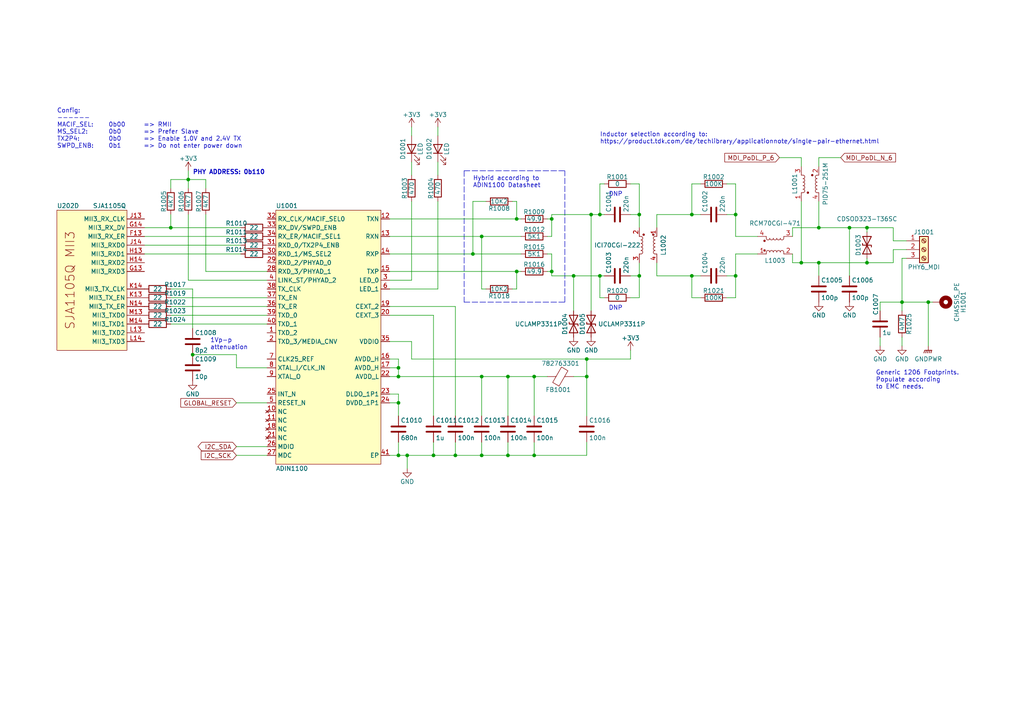
<source format=kicad_sch>
(kicad_sch (version 20211123) (generator eeschema)
  (paper "A4")
  (title_block (title "Open Hardware 10Base-T1L Switch") (date "2023-04-07") (rev "REV A") (company "Peter Heinrich") (comment 1 "Open Hardware License CERN-OHL-P v2") (comment 2 "https://github.com/peterheinrich/Open_10Base-T1L_Switch"))
  (lib_symbols
    (symbol "ADIN1100:ADIN1100"
      (property "Reference" "U" (at 0 1.27 0))
      (property "Value" "ADIN1100" (at 0 -74.93 0))
      (symbol "ADIN1100_1_1"
        (pin input line (at -2.54 -35.56 0) (length 2.54) (name "TXD_2") (number "1"))
        (pin no_connect line (at -2.54 -58.42 0) (length 2.54) (name "NC") (number "10"))
        (pin no_connect line (at -2.54 -60.96 0) (length 2.54) (name "NC") (number "11"))
        (pin bidirectional line (at 33.02 -2.54 180) (length 2.54) (name "TXN") (number "12"))
        (pin bidirectional line (at 33.02 -7.62 180) (length 2.54) (name "RXN") (number "13"))
        (pin bidirectional line (at 33.02 -12.7 180) (length 2.54) (name "RXP") (number "14"))
        (pin bidirectional line (at 33.02 -17.78 180) (length 2.54) (name "TXP") (number "15"))
        (pin power_in line (at 33.02 -43.18 180) (length 2.54) (name "AVDD_H") (number "16"))
        (pin power_in line (at 33.02 -45.72 180) (length 2.54) (name "AVDD_H") (number "17"))
        (pin no_connect line (at -2.54 -63.5 0) (length 2.54) (name "NC") (number "18"))
        (pin input line (at 33.02 -27.94 180) (length 2.54) (name "CEXT_2") (number "19"))
        (pin input line (at -2.54 -38.1 0) (length 2.54) (name "TXD_3/MEDIA_CNV") (number "2"))
        (pin input line (at 33.02 -30.48 180) (length 2.54) (name "CEXT_3") (number "20"))
        (pin no_connect line (at -2.54 -66.04 0) (length 2.54) (name "NC") (number "21"))
        (pin power_in line (at 33.02 -48.26 180) (length 2.54) (name "AVDD_L") (number "22"))
        (pin power_in line (at 33.02 -53.34 180) (length 2.54) (name "DLDO_1P1") (number "23"))
        (pin power_in line (at 33.02 -55.88 180) (length 2.54) (name "DVDD_1P1") (number "24"))
        (pin output line (at -2.54 -53.34 0) (length 2.54) (name "INT_N") (number "25"))
        (pin bidirectional line (at -2.54 -68.58 0) (length 2.54) (name "MDIO") (number "26"))
        (pin input line (at -2.54 -71.12 0) (length 2.54) (name "MDC") (number "27"))
        (pin output line (at -2.54 -17.78 0) (length 2.54) (name "RXD_3/PHYAD_1") (number "28"))
        (pin output line (at -2.54 -15.24 0) (length 2.54) (name "RXD_2/PHYAD_0") (number "29"))
        (pin output line (at 33.02 -20.32 180) (length 2.54) (name "LED_0") (number "3"))
        (pin output line (at -2.54 -12.7 0) (length 2.54) (name "RXD_1/MS_SEL2") (number "30"))
        (pin output line (at -2.54 -10.16 0) (length 2.54) (name "RXD_0/TX2P4_ENB") (number "31"))
        (pin output line (at -2.54 -2.54 0) (length 2.54) (name "RX_CLK/MACIF_SEL0") (number "32"))
        (pin output line (at -2.54 -5.08 0) (length 2.54) (name "RX_DV/SWPD_ENB") (number "33"))
        (pin output line (at -2.54 -7.62 0) (length 2.54) (name "RX_ER/MACIF_SEL1") (number "34"))
        (pin power_in line (at 33.02 -38.1 180) (length 2.54) (name "VDDIO") (number "35"))
        (pin input line (at -2.54 -27.94 0) (length 2.54) (name "TX_ER") (number "36"))
        (pin input line (at -2.54 -25.4 0) (length 2.54) (name "TX_EN") (number "37"))
        (pin output line (at -2.54 -22.86 0) (length 2.54) (name "TX_CLK") (number "38"))
        (pin input line (at -2.54 -30.48 0) (length 2.54) (name "TXD_0") (number "39"))
        (pin output line (at -2.54 -20.32 0) (length 2.54) (name "LINK_ST/PHYAD_2") (number "4"))
        (pin input line (at -2.54 -33.02 0) (length 2.54) (name "TXD_1") (number "40"))
        (pin power_in line (at 33.02 -71.12 180) (length 2.54) (name "EP") (number "41"))
        (pin input line (at -2.54 -55.88 0) (length 2.54) (name "RESET_N") (number "5"))
        (pin output line (at 33.02 -22.86 180) (length 2.54) (name "LED_1") (number "6"))
        (pin output line (at -2.54 -43.18 0) (length 2.54) (name "CLK25_REF") (number "7"))
        (pin input line (at -2.54 -45.72 0) (length 2.54) (name "XTAL_I/CLK_IN") (number "8"))
        (pin output line (at -2.54 -48.26 0) (length 2.54) (name "XTAL_O") (number "9"))
      )
    )
    (symbol "Connector:Screw_Terminal_01x03" (pin_names (offset 1.016) hide)
      (property "Reference" "J" (at 0 5.08 0))
      (property "Value" "Screw_Terminal_01x03" (at 0 -5.08 0))
      (symbol "Screw_Terminal_01x03_1_1"
        (pin passive line (at -5.08 2.54 0) (length 3.81) (name "Pin_1") (number "1"))
        (pin passive line (at -5.08 0 0) (length 3.81) (name "Pin_2") (number "2"))
        (pin passive line (at -5.08 -2.54 0) (length 3.81) (name "Pin_3") (number "3"))
      )
    )
    (symbol "Device:C" (pin_numbers hide) (pin_names (offset 0.254))
      (property "Reference" "C" (at 0.635 2.54 0))
      (property "Value" "C" (at 0.635 -2.54 0))
      (symbol "C_1_1"
        (pin passive line (at 0 3.81 270) (length 2.794) (name "~") (number "1"))
        (pin passive line (at 0 -3.81 90) (length 2.794) (name "~") (number "2"))
      )
    )
    (symbol "Device:D_TVS" (pin_numbers hide) (pin_names (offset 1.016) hide)
      (property "Reference" "D" (at 0 2.54 0))
      (property "Value" "D_TVS" (at 0 -2.54 0))
      (symbol "D_TVS_1_1"
        (pin passive line (at -3.81 0 0) (length 2.54) (name "A1") (number "1"))
        (pin passive line (at 3.81 0 180) (length 2.54) (name "A2") (number "2"))
      )
    )
    (symbol "Device:FerriteBead" (pin_numbers hide) (pin_names (offset 0))
      (property "Reference" "FB" (at -3.81 0.635 90))
      (property "Value" "FerriteBead" (at 3.81 0 90))
      (symbol "FerriteBead_1_1"
        (pin passive line (at 0 3.81 270) (length 2.54) (name "~") (number "1"))
        (pin passive line (at 0 -3.81 90) (length 2.54) (name "~") (number "2"))
      )
    )
    (symbol "Device:LED" (pin_numbers hide) (pin_names (offset 1.016) hide)
      (property "Reference" "D" (at 0 2.54 0))
      (property "Value" "LED" (at 0 -2.54 0))
      (symbol "LED_1_1"
        (pin passive line (at -3.81 0 0) (length 2.54) (name "K") (number "1"))
        (pin passive line (at 3.81 0 180) (length 2.54) (name "A") (number "2"))
      )
    )
    (symbol "Device:L_Coupled_1243" (pin_names (offset 0.254) hide)
      (property "Reference" "L" (at 0 4.445 0))
      (property "Value" "L_Coupled_1243" (at 0 -4.445 0))
      (symbol "L_Coupled_1243_1_1"
        (pin passive line (at -5.08 2.54 0) (length 2.54) (name "1") (number "1"))
        (pin passive line (at 5.08 2.54 180) (length 2.54) (name "2") (number "2"))
        (pin passive line (at 5.08 -2.54 180) (length 2.54) (name "3") (number "3"))
        (pin passive line (at -5.08 -2.54 0) (length 2.54) (name "4") (number "4"))
      )
    )
    (symbol "Device:L_Coupled_1423" (pin_names (offset 0.254) hide)
      (property "Reference" "L" (at 0 4.445 0))
      (property "Value" "L_Coupled_1423" (at 0 -4.445 0))
      (symbol "L_Coupled_1423_1_1"
        (pin passive line (at -5.08 2.54 0) (length 2.54) (name "1") (number "1"))
        (pin passive line (at -5.08 -2.54 0) (length 2.54) (name "2") (number "2"))
        (pin passive line (at 5.08 -2.54 180) (length 2.54) (name "3") (number "3"))
        (pin passive line (at 5.08 2.54 180) (length 2.54) (name "4") (number "4"))
      )
    )
    (symbol "Device:R" (pin_numbers hide) (pin_names (offset 0))
      (property "Reference" "R" (at 2.032 0 90))
      (property "Value" "R" (at 0 0 90))
      (symbol "R_1_1"
        (pin passive line (at 0 3.81 270) (length 1.27) (name "~") (number "1"))
        (pin passive line (at 0 -3.81 90) (length 1.27) (name "~") (number "2"))
      )
    )
    (symbol "L_differential_1324:L_Coupled_1324" (pin_names (offset 0.254) hide)
      (property "Reference" "L?" (at 0 4.445 0))
      (property "Value" "L_Coupled_1324" (at 0 -4.445 0))
      (symbol "L_Coupled_1324_1_1"
        (pin passive line (at -5.08 2.54 0) (length 2.54) (name "1") (number "1"))
        (pin passive line (at 5.08 -2.54 180) (length 2.54) (name "2") (number "2"))
        (pin passive line (at 5.08 2.54 180) (length 2.54) (name "3") (number "3"))
        (pin passive line (at -5.08 -2.54 0) (length 2.54) (name "4") (number "4"))
      )
    )
    (symbol "Mechanical:MountingHole_Pad" (pin_numbers hide) (pin_names (offset 1.016) hide)
      (property "Reference" "H" (at 0 6.35 0))
      (property "Value" "MountingHole_Pad" (at 0 4.445 0))
      (symbol "MountingHole_Pad_1_1"
        (pin input line (at 0 -2.54 90) (length 2.54) (name "1") (number "1"))
      )
    )
    (symbol "SJA1105Q:SJA1105Q"
      (property "Reference" "U" (at 0 1.27 0))
      (property "Value" "SJA1105Q" (at 15.24 1.27 0))
      (symbol "SJA1105Q_1_1"
        (text "SJA1105Q MII0" (at 3.81 -20.32 900) (effects (font (size 2.54 2.54))))
        (pin output line (at 25.4 -30.48 180) (length 5.08) (name "MII0_TXD0") (number "A2"))
        (pin output line (at 25.4 -27.94 180) (length 5.08) (name "MII0_TX_ER") (number "A3"))
        (pin output line (at 25.4 -33.02 180) (length 5.08) (name "MII0_TXD1") (number "B1"))
        (pin output line (at 25.4 -38.1 180) (length 5.08) (name "MII0_TXD3") (number "C1"))
        (pin output line (at 25.4 -35.56 180) (length 5.08) (name "MII0_TXD2") (number "C2"))
        (pin bidirectional line (at 25.4 -22.86 180) (length 5.08) (name "MII0_TX_CLK") (number "D1"))
        (pin output line (at 25.4 -25.4 180) (length 5.08) (name "MII0_TX_EN") (number "D2"))
        (pin input line (at 25.4 -10.16 180) (length 5.08) (name "MII0_RXD0") (number "E1"))
        (pin bidirectional line (at 25.4 -2.54 180) (length 5.08) (name "MII0_RX_CLK") (number "E2"))
        (pin input line (at 25.4 -15.24 180) (length 5.08) (name "MII0_RXD2") (number "F1"))
        (pin input line (at 25.4 -12.7 180) (length 5.08) (name "MII0_RXD1") (number "F2"))
        (pin input line (at 25.4 -5.08 180) (length 5.08) (name "MII0_RX_DV") (number "G1"))
        (pin input line (at 25.4 -17.78 180) (length 5.08) (name "MII0_RXD3") (number "G2"))
        (pin input line (at 25.4 -7.62 180) (length 5.08) (name "MII0_RX_ER") (number "H2"))
      )
      (symbol "SJA1105Q_2_1"
        (text "SJA1105Q MII1" (at 3.81 -20.32 900) (effects (font (size 2.54 2.54))))
        (pin output line (at 25.4 -27.94 180) (length 5.08) (name "MII1_TX_ER") (number "A10"))
        (pin input line (at 25.4 -5.08 180) (length 5.08) (name "MII1_RX_DV") (number "A4"))
        (pin input line (at 25.4 -15.24 180) (length 5.08) (name "MII1_RXD2") (number "A5"))
        (pin input line (at 25.4 -10.16 180) (length 5.08) (name "MII1_RXD0") (number "A6"))
        (pin bidirectional line (at 25.4 -22.86 180) (length 5.08) (name "MII1_TX_CLK") (number "A7"))
        (pin output line (at 25.4 -38.1 180) (length 5.08) (name "MII1_TXD3") (number "A8"))
        (pin output line (at 25.4 -33.02 180) (length 5.08) (name "MII1_TXD1") (number "A9"))
        (pin input line (at 25.4 -7.62 180) (length 5.08) (name "MII1_RX_ER") (number "B3"))
        (pin input line (at 25.4 -17.78 180) (length 5.08) (name "MII1_RXD3") (number "B4"))
        (pin input line (at 25.4 -12.7 180) (length 5.08) (name "MII1_RXD1") (number "B5"))
        (pin bidirectional line (at 25.4 -2.54 180) (length 5.08) (name "MII1_RX_CLK") (number "B6"))
        (pin output line (at 25.4 -25.4 180) (length 5.08) (name "MII1_TX_EN") (number "B7"))
        (pin output line (at 25.4 -35.56 180) (length 5.08) (name "MII1_TXD2") (number "B8"))
        (pin output line (at 25.4 -30.48 180) (length 5.08) (name "MII1_TXD0") (number "B9"))
      )
      (symbol "SJA1105Q_3_1"
        (text "SJA1105Q MII2" (at 3.81 -20.32 900) (effects (font (size 2.54 2.54))))
        (pin input line (at 25.4 -5.08 180) (length 5.08) (name "MII2_RX_DV") (number "A11"))
        (pin input line (at 25.4 -15.24 180) (length 5.08) (name "MII2_RXD2") (number "A12"))
        (pin input line (at 25.4 -10.16 180) (length 5.08) (name "MII2_RXD0") (number "A13"))
        (pin input line (at 25.4 -7.62 180) (length 5.08) (name "MII2_RX_ER") (number "B10"))
        (pin input line (at 25.4 -17.78 180) (length 5.08) (name "MII2_RXD3") (number "B11"))
        (pin input line (at 25.4 -12.7 180) (length 5.08) (name "MII2_RXD1") (number "B12"))
        (pin bidirectional line (at 25.4 -2.54 180) (length 5.08) (name "MII2_RX_CLK") (number "B14"))
        (pin output line (at 25.4 -25.4 180) (length 5.08) (name "MII2_TX_EN") (number "C13"))
        (pin bidirectional line (at 25.4 -22.86 180) (length 5.08) (name "MII2_TX_CLK") (number "C14"))
        (pin output line (at 25.4 -35.56 180) (length 5.08) (name "MII2_TXD2") (number "D13"))
        (pin output line (at 25.4 -38.1 180) (length 5.08) (name "MII2_TXD3") (number "D14"))
        (pin output line (at 25.4 -30.48 180) (length 5.08) (name "MII2_TXD0") (number "E13"))
        (pin output line (at 25.4 -33.02 180) (length 5.08) (name "MII2_TXD1") (number "E14"))
        (pin output line (at 25.4 -27.94 180) (length 5.08) (name "MII2_TX_ER") (number "F14"))
      )
      (symbol "SJA1105Q_4_1"
        (text "SJA1105Q MII3" (at 3.81 -20.32 900) (effects (font (size 2.54 2.54))))
        (pin input line (at 25.4 -7.62 180) (length 5.08) (name "MII3_RX_ER") (number "F13"))
        (pin input line (at 25.4 -17.78 180) (length 5.08) (name "MII3_RXD3") (number "G13"))
        (pin input line (at 25.4 -5.08 180) (length 5.08) (name "MII3_RX_DV") (number "G14"))
        (pin input line (at 25.4 -12.7 180) (length 5.08) (name "MII3_RXD1") (number "H13"))
        (pin input line (at 25.4 -15.24 180) (length 5.08) (name "MII3_RXD2") (number "H14"))
        (pin bidirectional line (at 25.4 -2.54 180) (length 5.08) (name "MII3_RX_CLK") (number "J13"))
        (pin input line (at 25.4 -10.16 180) (length 5.08) (name "MII3_RXD0") (number "J14"))
        (pin output line (at 25.4 -25.4 180) (length 5.08) (name "MII3_TX_EN") (number "K13"))
        (pin bidirectional line (at 25.4 -22.86 180) (length 5.08) (name "MII3_TX_CLK") (number "K14"))
        (pin output line (at 25.4 -35.56 180) (length 5.08) (name "MII3_TXD2") (number "L13"))
        (pin output line (at 25.4 -38.1 180) (length 5.08) (name "MII3_TXD3") (number "L14"))
        (pin output line (at 25.4 -30.48 180) (length 5.08) (name "MII3_TXD0") (number "M13"))
        (pin output line (at 25.4 -33.02 180) (length 5.08) (name "MII3_TXD1") (number "M14"))
        (pin output line (at 25.4 -27.94 180) (length 5.08) (name "MII3_TX_ER") (number "N14"))
      )
      (symbol "SJA1105Q_5_1"
        (text "SJA1105Q MII4" (at 3.81 -20.32 900) (effects (font (size 2.54 2.54))))
        (pin input line (at 25.4 -10.16 180) (length 5.08) (name "MII4_RXD0") (number "N10"))
        (pin input line (at 25.4 -15.24 180) (length 5.08) (name "MII4_RXD2") (number "N11"))
        (pin input line (at 25.4 -5.08 180) (length 5.08) (name "MII4_RX_DV") (number "N12"))
        (pin output line (at 25.4 -33.02 180) (length 5.08) (name "MII4_TXD1") (number "N7"))
        (pin output line (at 25.4 -38.1 180) (length 5.08) (name "MII4_TXD3") (number "N8"))
        (pin bidirectional line (at 25.4 -22.86 180) (length 5.08) (name "MII4_TX_CLK") (number "N9"))
        (pin bidirectional line (at 25.4 -2.54 180) (length 5.08) (name "MII4_RX_CLK") (number "P10"))
        (pin input line (at 25.4 -12.7 180) (length 5.08) (name "MII4_RXD1") (number "P11"))
        (pin input line (at 25.4 -17.78 180) (length 5.08) (name "MII4_RXD3") (number "P12"))
        (pin input line (at 25.4 -7.62 180) (length 5.08) (name "MII4_RX_ER") (number "P13"))
        (pin output line (at 25.4 -27.94 180) (length 5.08) (name "MII4_TX_ER") (number "P6"))
        (pin output line (at 25.4 -30.48 180) (length 5.08) (name "MII4_TXD0") (number "P7"))
        (pin output line (at 25.4 -35.56 180) (length 5.08) (name "MII4_TXD2") (number "P8"))
        (pin output line (at 25.4 -25.4 180) (length 5.08) (name "MII4_TX_EN") (number "P9"))
      )
      (symbol "SJA1105Q_6_1"
        (text "SJA1105Q CLK" (at 15.24 -17.78 900) (effects (font (size 2.54 2.54))))
        (pin output line (at -5.08 -2.54 0) (length 5.08) (name "CLK_OUT") (number "H1"))
        (pin input line (at -5.08 -20.32 0) (length 5.08) (name "OSC_IN") (number "K2"))
        (pin output line (at -5.08 -7.62 0) (length 5.08) (name "OSC_OUT") (number "L1"))
        (pin power_in line (at 33.02 -17.78 180) (length 5.08) (name "i.c.") (number "L4"))
        (pin input line (at 33.02 -2.54 180) (length 5.08) (name "TRST_N") (number "M1"))
        (pin input line (at 33.02 -10.16 180) (length 5.08) (name "TDI") (number "M2"))
        (pin input line (at 33.02 -12.7 180) (length 5.08) (name "TCK") (number "N1"))
        (pin output line (at 33.02 -7.62 180) (length 5.08) (name "TDO") (number "N3"))
        (pin bidirectional line (at -5.08 -33.02 0) (length 5.08) (name "PTP_CLK") (number "N4"))
        (pin input line (at 33.02 -25.4 180) (length 5.08) (name "SDI") (number "N5"))
        (pin input line (at 33.02 -30.48 180) (length 5.08) (name "SS_N") (number "N6"))
        (pin input line (at 33.02 -5.08 180) (length 5.08) (name "TMS") (number "P2"))
        (pin input line (at 33.02 -33.02 180) (length 5.08) (name "RST_N") (number "P3"))
        (pin output line (at 33.02 -27.94 180) (length 5.08) (name "SDO") (number "P4"))
        (pin input line (at 33.02 -22.86 180) (length 5.08) (name "SCK") (number "P5"))
      )
      (symbol "SJA1105Q_7_1"
        (text "SJA1105Q Power" (at 12.7 -48.26 900) (effects (font (size 2.54 2.54))))
        (pin power_in line (at -5.08 -2.54 0) (length 5.08) (name "VSS") (number "A1"))
        (pin power_in line (at 33.02 -88.9 180) (length 5.08) (name "VSS") (number "A14"))
        (pin power_in line (at 33.02 -83.82 180) (length 5.08) (name "VSS") (number "B13"))
        (pin power_in line (at 33.02 -48.26 180) (length 5.08) (name "VDDIO_MII2") (number "D10"))
        (pin power_in line (at 33.02 -50.8 180) (length 5.08) (name "VDDIO_MII2") (number "D11"))
        (pin power_in line (at 33.02 -33.02 180) (length 5.08) (name "VDDIO_MII0") (number "D4"))
        (pin power_in line (at 33.02 -40.64 180) (length 5.08) (name "VDDIO_MII1") (number "D5"))
        (pin power_in line (at 33.02 -7.62 180) (length 5.08) (name "VDD_CORE") (number "D6"))
        (pin power_in line (at 33.02 -43.18 180) (length 5.08) (name "VDDIO_MII1") (number "D7"))
        (pin power_in line (at 33.02 -45.72 180) (length 5.08) (name "VDDIO_MII1") (number "D8"))
        (pin power_in line (at 33.02 -12.7 180) (length 5.08) (name "VDD_CORE") (number "D9"))
        (pin power_in line (at -5.08 -91.44 0) (length 5.08) (name "VSS") (number "E10"))
        (pin power_in line (at 33.02 -53.34 180) (length 5.08) (name "VDDIO_MII2") (number "E11"))
        (pin power_in line (at 33.02 -35.56 180) (length 5.08) (name "VDDIO_MII0") (number "E4"))
        (pin power_in line (at -5.08 -12.7 0) (length 5.08) (name "VSS") (number "E5"))
        (pin power_in line (at -5.08 -27.94 0) (length 5.08) (name "VSS") (number "E6"))
        (pin power_in line (at -5.08 -43.18 0) (length 5.08) (name "VSS") (number "E7"))
        (pin power_in line (at -5.08 -60.96 0) (length 5.08) (name "VSS") (number "E8"))
        (pin power_in line (at -5.08 -76.2 0) (length 5.08) (name "VSS") (number "E9"))
        (pin power_in line (at -5.08 -93.98 0) (length 5.08) (name "VSS") (number "F10"))
        (pin power_in line (at 33.02 -17.78 180) (length 5.08) (name "VDD_CORE") (number "F11"))
        (pin power_in line (at 33.02 -2.54 180) (length 5.08) (name "VDD_CORE") (number "F4"))
        (pin power_in line (at -5.08 -15.24 0) (length 5.08) (name "VSS") (number "F5"))
        (pin power_in line (at -5.08 -30.48 0) (length 5.08) (name "VSS") (number "F6"))
        (pin power_in line (at -5.08 -45.72 0) (length 5.08) (name "VSS") (number "F7"))
        (pin power_in line (at -5.08 -63.5 0) (length 5.08) (name "VSS") (number "F8"))
        (pin power_in line (at -5.08 -78.74 0) (length 5.08) (name "VSS") (number "F9"))
        (pin power_in line (at -5.08 -96.52 0) (length 5.08) (name "VSS") (number "G10"))
        (pin power_in line (at 33.02 -55.88 180) (length 5.08) (name "VDDIO_MII3") (number "G11"))
        (pin power_in line (at 33.02 -38.1 180) (length 5.08) (name "VDDIO_MII0") (number "G4"))
        (pin power_in line (at -5.08 -17.78 0) (length 5.08) (name "VSS") (number "G5"))
        (pin power_in line (at -5.08 -33.02 0) (length 5.08) (name "VSS") (number "G6"))
        (pin power_in line (at -5.08 -48.26 0) (length 5.08) (name "VSS") (number "G7"))
        (pin power_in line (at -5.08 -66.04 0) (length 5.08) (name "VSS") (number "G8"))
        (pin power_in line (at -5.08 -81.28 0) (length 5.08) (name "VSS") (number "G9"))
        (pin power_in line (at 33.02 -76.2 180) (length 5.08) (name "VSS") (number "H10"))
        (pin power_in line (at 33.02 -58.42 180) (length 5.08) (name "VDDIO_MII3") (number "H11"))
        (pin power_in line (at 33.02 -27.94 180) (length 5.08) (name "VDDIO_CLO") (number "H4"))
        (pin power_in line (at -5.08 -20.32 0) (length 5.08) (name "VSS") (number "H5"))
        (pin power_in line (at -5.08 -35.56 0) (length 5.08) (name "VSS") (number "H6"))
        (pin power_in line (at -5.08 -50.8 0) (length 5.08) (name "VSS") (number "H7"))
        (pin power_in line (at -5.08 -68.58 0) (length 5.08) (name "VSS") (number "H8"))
        (pin power_in line (at -5.08 -83.82 0) (length 5.08) (name "VSS") (number "H9"))
        (pin power_in line (at 33.02 -25.4 180) (length 5.08) (name "VDDA_PLL") (number "J1"))
        (pin power_in line (at 33.02 -78.74 180) (length 5.08) (name "VSS") (number "J10"))
        (pin power_in line (at 33.02 -20.32 180) (length 5.08) (name "VDD_CORE") (number "J11"))
        (pin power_in line (at 33.02 -96.52 180) (length 5.08) (name "VSSA_PLL") (number "J2"))
        (pin power_in line (at 33.02 -5.08 180) (length 5.08) (name "VDD_CORE") (number "J4"))
        (pin power_in line (at -5.08 -22.86 0) (length 5.08) (name "VSS") (number "J5"))
        (pin power_in line (at -5.08 -38.1 0) (length 5.08) (name "VSS") (number "J6"))
        (pin power_in line (at -5.08 -53.34 0) (length 5.08) (name "VSS") (number "J7"))
        (pin power_in line (at -5.08 -71.12 0) (length 5.08) (name "VSS") (number "J8"))
        (pin power_in line (at -5.08 -86.36 0) (length 5.08) (name "VSS") (number "J9"))
        (pin power_in line (at 33.02 -22.86 180) (length 5.08) (name "VDDA_OSC") (number "K1"))
        (pin power_in line (at 33.02 -81.28 180) (length 5.08) (name "VSS") (number "K10"))
        (pin power_in line (at 33.02 -60.96 180) (length 5.08) (name "VDDIO_MII3") (number "K11"))
        (pin power_in line (at -5.08 -10.16 0) (length 5.08) (name "VSS") (number "K4"))
        (pin power_in line (at -5.08 -25.4 0) (length 5.08) (name "VSS") (number "K5"))
        (pin power_in line (at -5.08 -40.64 0) (length 5.08) (name "VSS") (number "K6"))
        (pin power_in line (at -5.08 -55.88 0) (length 5.08) (name "VSS") (number "K7"))
        (pin power_in line (at -5.08 -73.66 0) (length 5.08) (name "VSS") (number "K8"))
        (pin power_in line (at -5.08 -88.9 0) (length 5.08) (name "VSS") (number "K9"))
        (pin power_in line (at 33.02 -66.04 180) (length 5.08) (name "VDDIO_MII4") (number "L10"))
        (pin power_in line (at 33.02 -68.58 180) (length 5.08) (name "VDDIO_MII4") (number "L11"))
        (pin power_in line (at 33.02 -93.98 180) (length 5.08) (name "VSSA_OSC") (number "L2"))
        (pin power_in line (at 33.02 -30.48 180) (length 5.08) (name "VDDIO_HOST") (number "L5"))
        (pin power_in line (at 33.02 -10.16 180) (length 5.08) (name "VDD_CORE") (number "L6"))
        (pin power_in line (at -5.08 -58.42 0) (length 5.08) (name "VSS") (number "L7"))
        (pin power_in line (at 33.02 -63.5 180) (length 5.08) (name "VDDIO_MII4") (number "L8"))
        (pin power_in line (at 33.02 -15.24 180) (length 5.08) (name "VDD_CORE") (number "L9"))
        (pin power_in line (at 33.02 -86.36 180) (length 5.08) (name "VSS") (number "N13"))
        (pin power_in line (at -5.08 -7.62 0) (length 5.08) (name "VSS") (number "N2"))
        (pin power_in line (at -5.08 -5.08 0) (length 5.08) (name "VSS") (number "P1"))
        (pin power_in line (at 33.02 -91.44 180) (length 5.08) (name "VSS") (number "P14"))
      )
    )
    (symbol "power:+3V3" (power) (pin_names (offset 0))
      (property "Value" "+3V3" (at 0 3.556 0))
      (symbol "+3V3_1_1"
        (pin power_in line (at 0 0 90) (length 0) hide (name "+3V3") (number "1"))
      )
    )
    (symbol "power:GND" (power) (pin_names (offset 0))
      (property "Value" "GND" (at 0 -3.81 0))
      (symbol "GND_1_1"
        (pin power_in line (at 0 0 270) (length 0) hide (name "GND") (number "1"))
      )
    )
    (symbol "power:GNDPWR" (power) (pin_names (offset 0))
      (property "Value" "GNDPWR" (at 0 -3.302 0))
      (symbol "GNDPWR_1_1"
        (pin power_in line (at 0 0 270) (length 0) hide (name "GNDPWR") (number "1"))
      )
    )
  )
  (junction (at 237.49 66.04))
  (junction (at 160.02 78.74))
  (junction (at 54.61 52.07))
  (junction (at 147.32 109.22))
  (junction (at 166.37 80.01))
  (junction (at 213.36 80.01))
  (junction (at 200.66 80.01))
  (junction (at 115.57 106.68))
  (junction (at 115.57 109.22))
  (junction (at 269.24 87.63))
  (junction (at 115.57 132.08))
  (junction (at 132.08 132.08))
  (junction (at 118.11 132.08))
  (junction (at 139.7 132.08))
  (junction (at 125.73 132.08))
  (junction (at 170.18 109.22))
  (junction (at 154.94 109.22))
  (junction (at 185.42 80.01))
  (junction (at 232.41 76.2))
  (junction (at 49.53 66.04))
  (junction (at 147.32 132.08))
  (junction (at 149.86 63.5))
  (junction (at 171.45 62.23))
  (junction (at 137.16 73.66))
  (junction (at 251.46 76.2))
  (junction (at 173.99 80.01))
  (junction (at 139.7 68.58))
  (junction (at 115.57 116.84))
  (junction (at 246.38 66.04))
  (junction (at 173.99 62.23))
  (junction (at 160.02 63.5))
  (junction (at 200.66 62.23))
  (junction (at 149.86 78.74))
  (junction (at 251.46 66.04))
  (junction (at 185.42 62.23))
  (junction (at 213.36 62.23))
  (junction (at 154.94 132.08))
  (junction (at 261.62 87.63))
  (junction (at 237.49 76.2))
  (junction (at 139.7 109.22))
  (junction (at 55.88 102.87))
  (junction (at 170.18 104.14))
  (wire (pts (xy 49.53 62.23) (xy 49.53 66.04)))
  (wire (pts (xy 68.58 116.84) (xy 77.47 116.84)))
  (wire (pts (xy 154.94 132.08) (xy 170.18 132.08)))
  (wire (pts (xy 54.61 49.53) (xy 54.61 52.07)))
  (wire (pts (xy 113.03 88.9) (xy 132.08 88.9)))
  (wire (pts (xy 185.42 53.34) (xy 185.42 62.23)))
  (wire (pts (xy 255.27 97.79) (xy 255.27 100.33)))
  (wire (pts (xy 115.57 106.68) (xy 115.57 109.22)))
  (wire (pts (xy 148.59 58.42) (xy 149.86 58.42)))
  (wire (pts (xy 59.69 62.23) (xy 59.69 78.74)))
  (wire (pts (xy 170.18 109.22) (xy 170.18 120.65)))
  (wire (pts (xy 171.45 62.23) (xy 171.45 90.17)))
  (wire (pts (xy 55.88 83.82) (xy 55.88 95.25)))
  (wire (pts (xy 119.38 104.14) (xy 170.18 104.14)))
  (wire (pts (xy 158.75 73.66) (xy 160.02 73.66)))
  (wire (pts (xy 119.38 58.42) (xy 119.38 81.28)))
  (wire (pts (xy 59.69 78.74) (xy 77.47 78.74)))
  (wire (pts (xy 160.02 80.01) (xy 160.02 78.74)))
  (wire (pts (xy 232.41 76.2) (xy 237.49 76.2)))
  (wire (pts (xy 203.2 53.34) (xy 200.66 53.34)))
  (wire (pts (xy 170.18 132.08) (xy 170.18 128.27)))
  (wire (pts (xy 203.2 86.36) (xy 200.66 86.36)))
  (wire (pts (xy 68.58 102.87) (xy 68.58 106.68)))
  (wire (pts (xy 140.97 83.82) (xy 139.7 83.82)))
  (wire (pts (xy 118.11 132.08) (xy 125.73 132.08)))
  (wire (pts (xy 125.73 120.65) (xy 125.73 91.44)))
  (wire (pts (xy 219.71 73.66) (xy 213.36 73.66)))
  (wire (pts (xy 148.59 83.82) (xy 149.86 83.82)))
  (wire (pts (xy 200.66 86.36) (xy 200.66 80.01)))
  (wire (pts (xy 185.42 80.01) (xy 185.42 76.2)))
  (wire (pts (xy 210.82 53.34) (xy 213.36 53.34)))
  (wire (pts (xy 173.99 86.36) (xy 173.99 80.01)))
  (wire (pts (xy 262.89 72.39) (xy 259.08 72.39)))
  (wire (pts (xy 49.53 66.04) (xy 69.85 66.04)))
  (wire (pts (xy 200.66 62.23) (xy 203.2 62.23)))
  (wire (pts (xy 132.08 128.27) (xy 132.08 132.08)))
  (wire (pts (xy 160.02 62.23) (xy 160.02 63.5)))
  (wire (pts (xy 182.88 62.23) (xy 185.42 62.23)))
  (wire (pts (xy 127 83.82) (xy 127 58.42)))
  (wire (pts (xy 49.53 52.07) (xy 54.61 52.07)))
  (polyline (pts (xy 134.62 49.53) (xy 163.83 49.53)))
  (polyline (pts (xy 134.62 87.63) (xy 163.83 87.63)))
  (wire (pts (xy 119.38 99.06) (xy 119.38 104.14)))
  (wire (pts (xy 213.36 62.23) (xy 213.36 68.58)))
  (wire (pts (xy 158.75 78.74) (xy 160.02 78.74)))
  (wire (pts (xy 139.7 68.58) (xy 139.7 83.82)))
  (wire (pts (xy 115.57 114.3) (xy 115.57 116.84)))
  (wire (pts (xy 237.49 76.2) (xy 237.49 80.01)))
  (wire (pts (xy 259.08 72.39) (xy 259.08 76.2)))
  (wire (pts (xy 127 46.99) (xy 127 50.8)))
  (wire (pts (xy 119.38 36.83) (xy 119.38 39.37)))
  (wire (pts (xy 115.57 116.84) (xy 115.57 120.65)))
  (wire (pts (xy 113.03 68.58) (xy 139.7 68.58)))
  (wire (pts (xy 190.5 80.01) (xy 190.5 76.2)))
  (wire (pts (xy 149.86 78.74) (xy 151.13 78.74)))
  (wire (pts (xy 182.88 104.14) (xy 182.88 101.6)))
  (wire (pts (xy 149.86 63.5) (xy 151.13 63.5)))
  (wire (pts (xy 115.57 104.14) (xy 115.57 106.68)))
  (wire (pts (xy 170.18 104.14) (xy 170.18 109.22)))
  (wire (pts (xy 54.61 81.28) (xy 54.61 62.23)))
  (wire (pts (xy 261.62 97.79) (xy 261.62 100.33)))
  (wire (pts (xy 237.49 48.26) (xy 237.49 45.72)))
  (wire (pts (xy 55.88 102.87) (xy 68.58 102.87)))
  (wire (pts (xy 49.53 83.82) (xy 55.88 83.82)))
  (wire (pts (xy 158.75 63.5) (xy 160.02 63.5)))
  (wire (pts (xy 115.57 128.27) (xy 115.57 132.08)))
  (wire (pts (xy 115.57 109.22) (xy 113.03 109.22)))
  (wire (pts (xy 54.61 52.07) (xy 59.69 52.07)))
  (wire (pts (xy 255.27 87.63) (xy 255.27 90.17)))
  (wire (pts (xy 139.7 132.08) (xy 139.7 128.27)))
  (wire (pts (xy 261.62 87.63) (xy 261.62 74.93)))
  (wire (pts (xy 113.03 114.3) (xy 115.57 114.3)))
  (wire (pts (xy 147.32 132.08) (xy 154.94 132.08)))
  (wire (pts (xy 229.87 66.04) (xy 229.87 68.58)))
  (wire (pts (xy 113.03 63.5) (xy 149.86 63.5)))
  (wire (pts (xy 246.38 66.04) (xy 251.46 66.04)))
  (wire (pts (xy 175.26 86.36) (xy 173.99 86.36)))
  (wire (pts (xy 119.38 81.28) (xy 113.03 81.28)))
  (wire (pts (xy 59.69 52.07) (xy 59.69 54.61)))
  (wire (pts (xy 113.03 106.68) (xy 115.57 106.68)))
  (wire (pts (xy 139.7 109.22) (xy 115.57 109.22)))
  (wire (pts (xy 185.42 86.36) (xy 185.42 80.01)))
  (wire (pts (xy 68.58 132.08) (xy 77.47 132.08)))
  (wire (pts (xy 139.7 68.58) (xy 151.13 68.58)))
  (wire (pts (xy 113.03 132.08) (xy 115.57 132.08)))
  (wire (pts (xy 160.02 80.01) (xy 166.37 80.01)))
  (polyline (pts (xy 134.62 49.53) (xy 134.62 87.63)))
  (wire (pts (xy 226.06 45.72) (xy 232.41 45.72)))
  (wire (pts (xy 182.88 80.01) (xy 185.42 80.01)))
  (wire (pts (xy 49.53 91.44) (xy 77.47 91.44)))
  (wire (pts (xy 118.11 132.08) (xy 118.11 135.89)))
  (wire (pts (xy 259.08 69.85) (xy 259.08 66.04)))
  (wire (pts (xy 237.49 58.42) (xy 237.49 66.04)))
  (wire (pts (xy 229.87 66.04) (xy 237.49 66.04)))
  (wire (pts (xy 119.38 46.99) (xy 119.38 50.8)))
  (wire (pts (xy 125.73 91.44) (xy 113.03 91.44)))
  (wire (pts (xy 210.82 62.23) (xy 213.36 62.23)))
  (wire (pts (xy 270.51 87.63) (xy 269.24 87.63)))
  (wire (pts (xy 140.97 58.42) (xy 137.16 58.42)))
  (wire (pts (xy 41.91 66.04) (xy 49.53 66.04)))
  (wire (pts (xy 115.57 132.08) (xy 118.11 132.08)))
  (wire (pts (xy 154.94 132.08) (xy 154.94 128.27)))
  (wire (pts (xy 237.49 76.2) (xy 251.46 76.2)))
  (wire (pts (xy 182.88 86.36) (xy 185.42 86.36)))
  (wire (pts (xy 77.47 81.28) (xy 54.61 81.28)))
  (wire (pts (xy 160.02 62.23) (xy 171.45 62.23)))
  (wire (pts (xy 190.5 62.23) (xy 190.5 66.04)))
  (wire (pts (xy 190.5 62.23) (xy 200.66 62.23)))
  (polyline (pts (xy 163.83 87.63) (xy 163.83 49.53)))
  (wire (pts (xy 269.24 87.63) (xy 269.24 100.33)))
  (wire (pts (xy 200.66 80.01) (xy 203.2 80.01)))
  (wire (pts (xy 237.49 45.72) (xy 243.84 45.72)))
  (wire (pts (xy 251.46 74.93) (xy 251.46 76.2)))
  (wire (pts (xy 175.26 80.01) (xy 173.99 80.01)))
  (wire (pts (xy 113.03 73.66) (xy 137.16 73.66)))
  (wire (pts (xy 232.41 45.72) (xy 232.41 48.26)))
  (wire (pts (xy 251.46 66.04) (xy 251.46 67.31)))
  (wire (pts (xy 200.66 53.34) (xy 200.66 62.23)))
  (wire (pts (xy 68.58 129.54) (xy 77.47 129.54)))
  (wire (pts (xy 113.03 104.14) (xy 115.57 104.14)))
  (wire (pts (xy 154.94 109.22) (xy 158.75 109.22)))
  (wire (pts (xy 132.08 132.08) (xy 125.73 132.08)))
  (wire (pts (xy 139.7 120.65) (xy 139.7 109.22)))
  (wire (pts (xy 158.75 68.58) (xy 160.02 68.58)))
  (wire (pts (xy 147.32 132.08) (xy 147.32 128.27)))
  (wire (pts (xy 175.26 53.34) (xy 173.99 53.34)))
  (wire (pts (xy 173.99 62.23) (xy 175.26 62.23)))
  (wire (pts (xy 237.49 66.04) (xy 246.38 66.04)))
  (wire (pts (xy 246.38 66.04) (xy 246.38 80.01)))
  (wire (pts (xy 41.91 73.66) (xy 69.85 73.66)))
  (wire (pts (xy 170.18 104.14) (xy 182.88 104.14)))
  (wire (pts (xy 149.86 78.74) (xy 149.86 83.82)))
  (wire (pts (xy 132.08 88.9) (xy 132.08 120.65)))
  (wire (pts (xy 262.89 69.85) (xy 259.08 69.85)))
  (wire (pts (xy 166.37 80.01) (xy 166.37 90.17)))
  (wire (pts (xy 219.71 68.58) (xy 213.36 68.58)))
  (wire (pts (xy 160.02 63.5) (xy 160.02 68.58)))
  (wire (pts (xy 160.02 78.74) (xy 160.02 73.66)))
  (wire (pts (xy 41.91 71.12) (xy 69.85 71.12)))
  (wire (pts (xy 41.91 68.58) (xy 69.85 68.58)))
  (wire (pts (xy 132.08 132.08) (xy 139.7 132.08)))
  (wire (pts (xy 229.87 76.2) (xy 232.41 76.2)))
  (wire (pts (xy 170.18 109.22) (xy 166.37 109.22)))
  (wire (pts (xy 49.53 93.98) (xy 77.47 93.98)))
  (wire (pts (xy 125.73 132.08) (xy 125.73 128.27)))
  (wire (pts (xy 173.99 80.01) (xy 166.37 80.01)))
  (wire (pts (xy 185.42 62.23) (xy 185.42 66.04)))
  (wire (pts (xy 147.32 120.65) (xy 147.32 109.22)))
  (wire (pts (xy 171.45 62.23) (xy 173.99 62.23)))
  (wire (pts (xy 229.87 76.2) (xy 229.87 73.66)))
  (wire (pts (xy 213.36 53.34) (xy 213.36 62.23)))
  (wire (pts (xy 49.53 88.9) (xy 77.47 88.9)))
  (wire (pts (xy 261.62 87.63) (xy 255.27 87.63)))
  (wire (pts (xy 269.24 87.63) (xy 261.62 87.63)))
  (wire (pts (xy 113.03 99.06) (xy 119.38 99.06)))
  (wire (pts (xy 251.46 76.2) (xy 259.08 76.2)))
  (wire (pts (xy 213.36 80.01) (xy 210.82 80.01)))
  (wire (pts (xy 173.99 53.34) (xy 173.99 62.23)))
  (wire (pts (xy 182.88 53.34) (xy 185.42 53.34)))
  (wire (pts (xy 137.16 58.42) (xy 137.16 73.66)))
  (wire (pts (xy 113.03 83.82) (xy 127 83.82)))
  (wire (pts (xy 213.36 73.66) (xy 213.36 80.01)))
  (wire (pts (xy 137.16 73.66) (xy 151.13 73.66)))
  (wire (pts (xy 232.41 58.42) (xy 232.41 76.2)))
  (wire (pts (xy 115.57 116.84) (xy 113.03 116.84)))
  (wire (pts (xy 49.53 86.36) (xy 77.47 86.36)))
  (wire (pts (xy 261.62 87.63) (xy 261.62 90.17)))
  (wire (pts (xy 113.03 78.74) (xy 149.86 78.74)))
  (wire (pts (xy 49.53 54.61) (xy 49.53 52.07)))
  (wire (pts (xy 54.61 54.61) (xy 54.61 52.07)))
  (wire (pts (xy 147.32 109.22) (xy 139.7 109.22)))
  (wire (pts (xy 261.62 74.93) (xy 262.89 74.93)))
  (wire (pts (xy 251.46 66.04) (xy 259.08 66.04)))
  (wire (pts (xy 154.94 109.22) (xy 147.32 109.22)))
  (wire (pts (xy 213.36 86.36) (xy 213.36 80.01)))
  (wire (pts (xy 190.5 80.01) (xy 200.66 80.01)))
  (wire (pts (xy 127 36.83) (xy 127 39.37)))
  (wire (pts (xy 139.7 132.08) (xy 147.32 132.08)))
  (wire (pts (xy 149.86 58.42) (xy 149.86 63.5)))
  (wire (pts (xy 154.94 120.65) (xy 154.94 109.22)))
  (wire (pts (xy 68.58 106.68) (xy 77.47 106.68)))
  (wire (pts (xy 210.82 86.36) (xy 213.36 86.36)))
  (text "PHY ADDRESS: 0b110" (at 55.88 50.8 0) (effects (font (size 1.27 1.27) bold) (justify left bottom)))
  (text "Hybrid according to\nADIN1100 Datasheet" (at 137.16 54.61 0) (effects (font (size 1.27 1.27)) (justify left bottom)))
  (text "DNP" (at 176.53 57.15 0) (effects (font (size 1.27 1.27)) (justify left bottom)))
  (text "Inductor selection according to:\nhttps://product.tdk.com/de/techlibrary/applicationnote/single-pair-ethernet.html" (at 173.99 41.91 0) (effects (font (size 1.27 1.27)) (justify left bottom)))
  (text "DNP" (at 176.53 90.17 0) (effects (font (size 1.27 1.27)) (justify left bottom)))
  (text "Config:\n------\nMACIF_SEL: 	0b00 	=> RMII\nMS_SEL2: 	0b0 	=> Prefer Slave\nTX2P4: 		0b0 	=> Enable 1.0V and 2.4V TX\nSWPD_ENB: 	0b1 	=> Do not enter power down" (at 16.51 43.18 0) (effects (font (size 1.27 1.27)) (justify left bottom)))
  (text "Generic 1206 Footprints.\nPopulate according \nto EMC needs." (at 254 113.03 0) (effects (font (size 1.27 1.27)) (justify left bottom)))
  (text "1Vp-p\nattenuation" (at 60.96 101.6 0) (effects (font (size 1.27 1.27)) (justify left bottom)))
  (global_label "MDI_PoDL_N_6" (shape input) (at 243.84 45.72 0) (property "Intersheet References" "${INTERSHEET_REFS}" (effects hide)))
  (global_label "I2C_SDA" (shape bidirectional) (at 68.58 129.54 180) (property "Intersheet References" "${INTERSHEET_REFS}" (effects hide)))
  (global_label "MDI_PoDL_P_6" (shape input) (at 226.06 45.72 180) (property "Intersheet References" "${INTERSHEET_REFS}" (effects hide)))
  (global_label "I2C_SCK" (shape input) (at 68.58 132.08 180) (property "Intersheet References" "${INTERSHEET_REFS}" (effects hide)))
  (global_label "GLOBAL_RESET" (shape input) (at 68.58 116.84 180) (property "Intersheet References" "${INTERSHEET_REFS}" (effects hide)))
  (symbol (lib_id "power:+3V3") (at 119.38 36.83 0) (unit 1)
    (property "Reference" "#PWR01001" (effects hide))
    (property "Value" "+3V3" (at 119.38 33.274 0))
  )
  (symbol (lib_id "Device:R") (at 179.07 86.36 90) (unit 1)
    (property "Reference" "R1020" (at 179.07 84.328 90))
    (property "Value" "0" (at 179.07 86.36 90))
    (property "Footprint" "Resistor_SMD:R_0805_2012Metric" (effects hide))
  )
  (symbol (lib_id "Device:R") (at 154.94 68.58 90) (unit 1)
    (property "Reference" "R1012" (at 154.94 66.548 90))
    (property "Value" "5K1" (at 154.94 68.58 90))
    (property "Footprint" "Resistor_SMD:R_0603_1608Metric" (effects hide))
  )
  (symbol (lib_id "Device:R") (at 45.72 91.44 90) (unit 1)
    (property "Reference" "R1023" (at 50.8 90.17 90))
    (property "Value" "22" (at 45.72 91.44 90))
    (property "Footprint" "Resistor_SMD:R_0603_1608Metric" (effects hide))
  )
  (symbol (lib_id "power:GND") (at 118.11 135.89 0) (unit 1)
    (property "Reference" "#PWR01013" (effects hide))
    (property "Value" "GND" (at 118.11 139.7 0))
  )
  (symbol (lib_id "Device:C") (at 207.01 80.01 90) (unit 1)
    (property "Reference" "C1004" (at 204.47 79.375 0) (effects (justify left)))
    (property "Value" "220n" (at 209.55 79.375 0) (effects (justify left)))
    (property "Footprint" "Capacitor_SMD:C_0805_2012Metric" (effects hide))
  )
  (symbol (lib_id "Device:R") (at 207.01 53.34 90) (unit 1)
    (property "Reference" "R1002" (at 207.01 51.308 90))
    (property "Value" "100K" (at 207.01 53.34 90))
    (property "Footprint" "Resistor_SMD:R_0805_2012Metric" (effects hide))
  )
  (symbol (lib_id "power:+3V3") (at 127 36.83 0) (unit 1)
    (property "Reference" "#PWR01002" (effects hide))
    (property "Value" "+3V3" (at 127 33.274 0))
  )
  (symbol (lib_id "power:GND") (at 55.88 110.49 0) (unit 1)
    (property "Reference" "#PWR01012" (effects hide))
    (property "Value" "GND" (at 55.88 114.3 0))
  )
  (symbol (lib_id "Device:C") (at 55.88 106.68 0) (unit 1)
    (property "Reference" "C1009" (at 56.515 104.14 0) (effects (justify left)))
    (property "Value" "10p" (at 56.515 109.22 0) (effects (justify left)))
    (property "Footprint" "Capacitor_SMD:C_0603_1608Metric" (effects hide))
  )
  (symbol (lib_id "Device:R") (at 179.07 53.34 90) (unit 1)
    (property "Reference" "R1001" (at 179.07 51.308 90))
    (property "Value" "0" (at 179.07 53.34 90))
    (property "Footprint" "Resistor_SMD:R_0805_2012Metric" (effects hide))
  )
  (symbol (lib_id "Device:D_TVS") (at 171.45 93.98 90) (unit 1)
    (property "Reference" "D1005" (at 168.91 93.98 0))
    (property "Value" "UCLAMP3311P" (at 180.34 93.98 90))
    (property "Footprint" "UCLAMP3311P:SLP1006P2" (effects hide))
  )
  (symbol (lib_id "Device:R") (at 127 54.61 180) (unit 1)
    (property "Reference" "R1004" (at 124.968 54.61 90))
    (property "Value" "470" (at 127 54.61 90))
    (property "Footprint" "Resistor_SMD:R_0603_1608Metric" (effects hide))
  )
  (symbol (lib_id "power:+3V3") (at 182.88 101.6 0) (unit 1)
    (property "Reference" "#PWR01011" (effects hide))
    (property "Value" "+3V3" (at 182.88 98.044 0))
  )
  (symbol (lib_id "Device:L_Coupled_1423") (at 187.96 71.12 270) (unit 1)
    (property "Reference" "L1002" (at 192.405 71.12 0))
    (property "Value" "ICI70CGI-222" (at 179.07 71.12 90))
    (property "Footprint" "ICI70CGI:ICI70CGI" (effects hide))
    (property "Datasheet" "https://product.tdk.com/system/files/dam/doc/product/transformer/transformer/lan/data_sheet/30/ds/lan_mod/ici70cgi.pdf" (effects hide))
  )
  (symbol (lib_id "Device:R") (at 45.72 93.98 90) (unit 1)
    (property "Reference" "R1024" (at 50.8 92.71 90))
    (property "Value" "22" (at 45.72 93.98 90))
    (property "Footprint" "Resistor_SMD:R_0603_1608Metric" (effects hide))
  )
  (symbol (lib_id "Device:R") (at 73.66 73.66 90) (unit 1)
    (property "Reference" "R1014" (at 68.58 72.39 90))
    (property "Value" "22" (at 73.66 73.66 90))
    (property "Footprint" "Resistor_SMD:R_0603_1608Metric" (effects hide))
  )
  (symbol (lib_id "Device:R") (at 261.62 93.98 0) (unit 1)
    (property "Reference" "R1025" (at 263.652 93.98 90))
    (property "Value" "4M7" (at 261.62 93.98 90))
    (property "Footprint" "Resistor_SMD:R_1206_3216Metric" (effects hide))
  )
  (symbol (lib_id "Device:C") (at 246.38 83.82 0) (unit 1)
    (property "Reference" "C1006" (at 247.015 81.28 0) (effects (justify left)))
    (property "Value" "100p" (at 247.015 86.36 0) (effects (justify left)))
    (property "Footprint" "Capacitor_SMD:C_0805_2012Metric" (effects hide))
  )
  (symbol (lib_id "power:+3V3") (at 54.61 49.53 0) (unit 1)
    (property "Reference" "#PWR01003" (effects hide))
    (property "Value" "+3V3" (at 54.61 45.974 0))
  )
  (symbol (lib_id "Device:L_Coupled_1243") (at 224.79 71.12 0) (mirror x) (unit 1)
    (property "Reference" "L1003" (at 224.79 75.565 0))
    (property "Value" "RCM70CGI-471" (at 224.79 64.77 0))
    (property "Footprint" "ICI70CGI:ICI70CGI" (effects hide))
  )
  (symbol (lib_id "Device:LED") (at 127 43.18 90) (unit 1)
    (property "Reference" "D1002" (at 124.46 43.18 0))
    (property "Value" "LED" (at 129.54 43.18 0))
    (property "Footprint" "LED_SMD:LED_0603_1608Metric" (effects hide))
  )
  (symbol (lib_id "Device:R") (at 73.66 66.04 90) (unit 1)
    (property "Reference" "R1010" (at 68.58 64.77 90))
    (property "Value" "22" (at 73.66 66.04 90))
    (property "Footprint" "Resistor_SMD:R_0603_1608Metric" (effects hide))
  )
  (symbol (lib_id "Device:R") (at 59.69 58.42 180) (unit 1)
    (property "Reference" "R1007" (at 57.658 58.42 90))
    (property "Value" "4K7" (at 59.69 58.42 90))
    (property "Footprint" "Resistor_SMD:R_0603_1608Metric" (effects hide))
  )
  (symbol (lib_id "Mechanical:MountingHole_Pad") (at 273.05 87.63 270) (unit 1)
    (property "Reference" "H1001" (at 279.4 87.63 0))
    (property "Value" "CHASSIS_PE" (at 277.495 87.63 0))
    (property "Footprint" "MountingHole:MountingHole_3.2mm_M3_Pad_Via" (effects hide))
  )
  (symbol (lib_id "Device:C") (at 55.88 99.06 0) (unit 1)
    (property "Reference" "C1008" (at 56.515 96.52 0) (effects (justify left)))
    (property "Value" "8p2" (at 56.515 101.6 0) (effects (justify left)))
    (property "Footprint" "Capacitor_SMD:C_0603_1608Metric" (effects hide))
  )
  (symbol (lib_id "Device:R") (at 154.94 63.5 90) (unit 1)
    (property "Reference" "R1009" (at 154.94 61.468 90))
    (property "Value" "49.9" (at 154.94 63.5 90))
    (property "Footprint" "Resistor_SMD:R_0603_1608Metric" (effects hide))
  )
  (symbol (lib_id "power:GND") (at 237.49 87.63 0) (unit 1)
    (property "Reference" "#PWR01004" (effects hide))
    (property "Value" "GND" (at 237.49 91.44 0))
  )
  (symbol (lib_id "Device:R") (at 73.66 68.58 90) (unit 1)
    (property "Reference" "R1011" (at 68.58 67.31 90))
    (property "Value" "22" (at 73.66 68.58 90))
    (property "Footprint" "Resistor_SMD:R_0603_1608Metric" (effects hide))
  )
  (symbol (lib_id "power:GND") (at 255.27 100.33 0) (unit 1)
    (property "Reference" "#PWR01008" (effects hide))
    (property "Value" "GND" (at 255.27 104.14 0))
  )
  (symbol (lib_id "Device:D_TVS") (at 166.37 93.98 90) (unit 1)
    (property "Reference" "D1004" (at 163.83 93.98 0))
    (property "Value" "UCLAMP3311P" (at 156.21 93.98 90))
    (property "Footprint" "UCLAMP3311P:SLP1006P2" (effects hide))
  )
  (symbol (lib_id "Device:R") (at 144.78 58.42 270) (unit 1)
    (property "Reference" "R1008" (at 144.78 60.452 90))
    (property "Value" "10K2" (at 144.78 58.42 90))
    (property "Footprint" "Resistor_SMD:R_0603_1608Metric" (effects hide))
  )
  (symbol (lib_id "Device:C") (at 139.7 124.46 0) (unit 1)
    (property "Reference" "C1013" (at 140.335 121.92 0) (effects (justify left)))
    (property "Value" "100n" (at 140.335 127 0) (effects (justify left)))
    (property "Footprint" "Capacitor_SMD:C_0603_1608Metric" (effects hide))
  )
  (symbol (lib_id "Connector:Screw_Terminal_01x03") (at 267.97 72.39 0) (unit 1)
    (property "Reference" "J1001" (at 267.97 67.31 0))
    (property "Value" "PHY6_MDI" (at 267.97 77.47 0))
    (property "Footprint" "Connector_Wago:Wago_734-163_1x03_P3.50mm_Horizontal" (effects hide))
  )
  (symbol (lib_id "Device:C") (at 147.32 124.46 0) (unit 1)
    (property "Reference" "C1014" (at 147.955 121.92 0) (effects (justify left)))
    (property "Value" "100n" (at 147.955 127 0) (effects (justify left)))
    (property "Footprint" "Capacitor_SMD:C_0603_1608Metric" (effects hide))
  )
  (symbol (lib_id "Device:R") (at 45.72 83.82 90) (unit 1)
    (property "Reference" "R1017" (at 50.8 82.55 90))
    (property "Value" "22" (at 45.72 83.82 90))
    (property "Footprint" "Resistor_SMD:R_0603_1608Metric" (effects hide))
  )
  (symbol (lib_id "power:GND") (at 171.45 97.79 0) (unit 1)
    (property "Reference" "#PWR01007" (effects hide))
    (property "Value" "GND" (at 171.45 101.6 0))
  )
  (symbol (lib_id "Device:LED") (at 119.38 43.18 90) (unit 1)
    (property "Reference" "D1001" (at 116.84 43.18 0))
    (property "Value" "LED" (at 121.92 43.18 0))
    (property "Footprint" "LED_SMD:LED_0603_1608Metric" (effects hide))
  )
  (symbol (lib_id "Device:R") (at 45.72 86.36 90) (unit 1)
    (property "Reference" "R1019" (at 50.8 85.09 90))
    (property "Value" "22" (at 45.72 86.36 90))
    (property "Footprint" "Resistor_SMD:R_0603_1608Metric" (effects hide))
  )
  (symbol (lib_id "power:GND") (at 246.38 87.63 0) (unit 1)
    (property "Reference" "#PWR01005" (effects hide))
    (property "Value" "GND" (at 246.38 91.44 0))
  )
  (symbol (lib_id "Device:R") (at 119.38 54.61 180) (unit 1)
    (property "Reference" "R1003" (at 117.348 54.61 90))
    (property "Value" "470" (at 119.38 54.61 90))
    (property "Footprint" "Resistor_SMD:R_0603_1608Metric" (effects hide))
  )
  (symbol (lib_id "Device:R") (at 144.78 83.82 270) (unit 1)
    (property "Reference" "R1018" (at 144.78 85.852 90))
    (property "Value" "10K2" (at 144.78 83.82 90))
    (property "Footprint" "Resistor_SMD:R_0603_1608Metric" (effects hide))
  )
  (symbol (lib_id "Device:R") (at 49.53 58.42 180) (unit 1)
    (property "Reference" "R1005" (at 47.498 58.42 90))
    (property "Value" "4K7" (at 49.53 58.42 90))
    (property "Footprint" "Resistor_SMD:R_0603_1608Metric" (effects hide))
  )
  (symbol (lib_id "power:GND") (at 166.37 97.79 0) (unit 1)
    (property "Reference" "#PWR01006" (effects hide))
    (property "Value" "GND" (at 166.37 101.6 0))
  )
  (symbol (lib_id "Device:C") (at 207.01 62.23 90) (unit 1)
    (property "Reference" "C1002" (at 204.47 61.595 0) (effects (justify left)))
    (property "Value" "220n" (at 209.55 61.595 0) (effects (justify left)))
    (property "Footprint" "Capacitor_SMD:C_0805_2012Metric" (effects hide))
  )
  (symbol (lib_id "power:GND") (at 261.62 100.33 0) (unit 1)
    (property "Reference" "#PWR01009" (effects hide))
    (property "Value" "GND" (at 261.62 104.14 0))
  )
  (symbol (lib_id "Device:R") (at 54.61 58.42 180) (unit 1)
    (property "Reference" "R1006" (at 52.578 58.42 90))
    (property "Value" "4K7" (at 54.61 58.42 90))
    (property "Footprint" "Resistor_SMD:R_0603_1608Metric" (effects hide))
  )
  (symbol (lib_id "Device:C") (at 255.27 93.98 0) (unit 1)
    (property "Reference" "C1007" (at 254 91.44 90) (effects (justify left)))
    (property "Value" "1u" (at 255.905 96.52 0) (effects (justify left)))
    (property "Footprint" "Capacitor_SMD:C_1206_3216Metric" (effects hide))
  )
  (symbol (lib_id "L_differential_1324:L_Coupled_1324") (at 234.95 53.34 90) (unit 1)
    (property "Reference" "L1001" (at 230.505 53.34 0))
    (property "Value" "PID75-251M" (at 239.395 53.34 0))
    (property "Footprint" "PID75:PID75-251M" (effects hide))
    (property "Datasheet" "https://product.tdk.com/system/files/dam/doc/product/inductor/inductor/smd/data_sheet/30/db/ind_2008/pidx251m.pdf" (effects hide))
  )
  (symbol (lib_id "Device:C") (at 179.07 62.23 90) (unit 1)
    (property "Reference" "C1001" (at 176.53 61.595 0) (effects (justify left)))
    (property "Value" "220n" (at 181.61 61.595 0) (effects (justify left)))
    (property "Footprint" "Capacitor_SMD:C_0805_2012Metric" (effects hide))
  )
  (symbol (lib_id "Device:R") (at 45.72 88.9 90) (unit 1)
    (property "Reference" "R1022" (at 50.8 87.63 90))
    (property "Value" "22" (at 45.72 88.9 90))
    (property "Footprint" "Resistor_SMD:R_0603_1608Metric" (effects hide))
  )
  (symbol (lib_id "Device:C") (at 170.18 124.46 0) (unit 1)
    (property "Reference" "C1016" (at 170.815 121.92 0) (effects (justify left)))
    (property "Value" "100n" (at 170.815 127 0) (effects (justify left)))
    (property "Footprint" "Capacitor_SMD:C_0603_1608Metric" (effects hide))
  )
  (symbol (lib_id "Device:C") (at 125.73 124.46 0) (unit 1)
    (property "Reference" "C1011" (at 126.365 121.92 0) (effects (justify left)))
    (property "Value" "1u" (at 126.365 127 0) (effects (justify left)))
    (property "Footprint" "Capacitor_SMD:C_0603_1608Metric" (effects hide))
  )
  (symbol (lib_id "Device:R") (at 207.01 86.36 90) (unit 1)
    (property "Reference" "R1021" (at 207.01 84.328 90))
    (property "Value" "100K" (at 207.01 86.36 90))
    (property "Footprint" "Resistor_SMD:R_0805_2012Metric" (effects hide))
  )
  (symbol (lib_id "Device:C") (at 237.49 83.82 0) (unit 1)
    (property "Reference" "C1005" (at 238.125 81.28 0) (effects (justify left)))
    (property "Value" "100p" (at 238.125 86.36 0) (effects (justify left)))
    (property "Footprint" "Capacitor_SMD:C_0805_2012Metric" (effects hide))
  )
  (symbol (lib_id "Device:R") (at 73.66 71.12 90) (unit 1)
    (property "Reference" "R1013" (at 68.58 69.85 90))
    (property "Value" "22" (at 73.66 71.12 90))
    (property "Footprint" "Resistor_SMD:R_0603_1608Metric" (effects hide))
  )
  (symbol (lib_id "ADIN1100:ADIN1100") (at 80.01 60.96 0) (unit 1)
    (property "Reference" "U1001" (at 80.01 59.69 0) (effects (justify left)))
    (property "Value" "ADIN1100" (at 80.01 135.89 0) (effects (justify left)))
    (property "Footprint" "ADIN1100:LFCSP-40_EP_TheramVias" (effects hide))
    (property "Datasheet" "https://www.analog.com/media/en/technical-documentation/data-sheets/adin1100.pdf" (effects hide))
  )
  (symbol (lib_id "Device:C") (at 154.94 124.46 0) (unit 1)
    (property "Reference" "C1015" (at 155.575 121.92 0) (effects (justify left)))
    (property "Value" "100n" (at 155.575 127 0) (effects (justify left)))
    (property "Footprint" "Capacitor_SMD:C_0603_1608Metric" (effects hide))
  )
  (symbol (lib_id "Device:C") (at 179.07 80.01 90) (unit 1)
    (property "Reference" "C1003" (at 176.53 79.375 0) (effects (justify left)))
    (property "Value" "220n" (at 181.61 79.375 0) (effects (justify left)))
    (property "Footprint" "Capacitor_SMD:C_0805_2012Metric" (effects hide))
  )
  (symbol (lib_id "Device:C") (at 115.57 124.46 0) (unit 1)
    (property "Reference" "C1010" (at 116.205 121.92 0) (effects (justify left)))
    (property "Value" "680n" (at 116.205 127 0) (effects (justify left)))
    (property "Footprint" "Capacitor_SMD:C_0603_1608Metric" (effects hide))
  )
  (symbol (lib_id "Device:D_TVS") (at 251.46 71.12 90) (unit 1)
    (property "Reference" "D1003" (at 248.92 71.12 0))
    (property "Value" "CDSOD323-T36SC" (at 251.46 63.5 90))
    (property "Footprint" "Diode_SMD:D_SOD-323" (effects hide))
  )
  (symbol (lib_id "power:GNDPWR") (at 269.24 100.33 0) (unit 1)
    (property "Reference" "#PWR01010" (effects hide))
    (property "Value" "GNDPWR" (at 269.24 104.14 0))
  )
  (symbol (lib_id "Device:R") (at 154.94 73.66 90) (unit 1)
    (property "Reference" "R1015" (at 154.94 71.628 90))
    (property "Value" "5K1" (at 154.94 73.66 90))
    (property "Footprint" "Resistor_SMD:R_0603_1608Metric" (effects hide))
  )
  (symbol (lib_id "Device:FerriteBead") (at 162.56 109.22 90) (unit 1)
    (property "Reference" "FB1001" (at 161.925 113.03 90))
    (property "Value" "782763301" (at 162.56 105.41 90))
    (property "Footprint" "Inductor_SMD:L_1206_3216Metric" (effects hide))
  )
  (symbol (lib_id "Device:R") (at 154.94 78.74 90) (unit 1)
    (property "Reference" "R1016" (at 154.94 76.708 90))
    (property "Value" "49.9" (at 154.94 78.74 90))
    (property "Footprint" "Resistor_SMD:R_0603_1608Metric" (effects hide))
  )
  (symbol (lib_id "Device:C") (at 132.08 124.46 0) (unit 1)
    (property "Reference" "C1012" (at 132.715 121.92 0) (effects (justify left)))
    (property "Value" "100n" (at 132.715 127 0) (effects (justify left)))
    (property "Footprint" "Capacitor_SMD:C_0603_1608Metric" (effects hide))
  )
  (symbol (lib_id "SJA1105Q:SJA1105Q") (at 16.51 60.96 0) (unit 4)
    (property "Reference" "U202" (at 16.51 59.69 0) (effects (justify left)))
    (property "Value" "SJA1105Q" (at 31.75 59.69 0))
    (property "Footprint" "SJA1105Q:LFBGA_12x12mm_P0.8mm" (effects hide))
    (property "Datasheet" "https://www.nxp.com/docs/en/data-sheet/SJA1105PQRS.pdf" (effects hide))
  )
)
</source>
